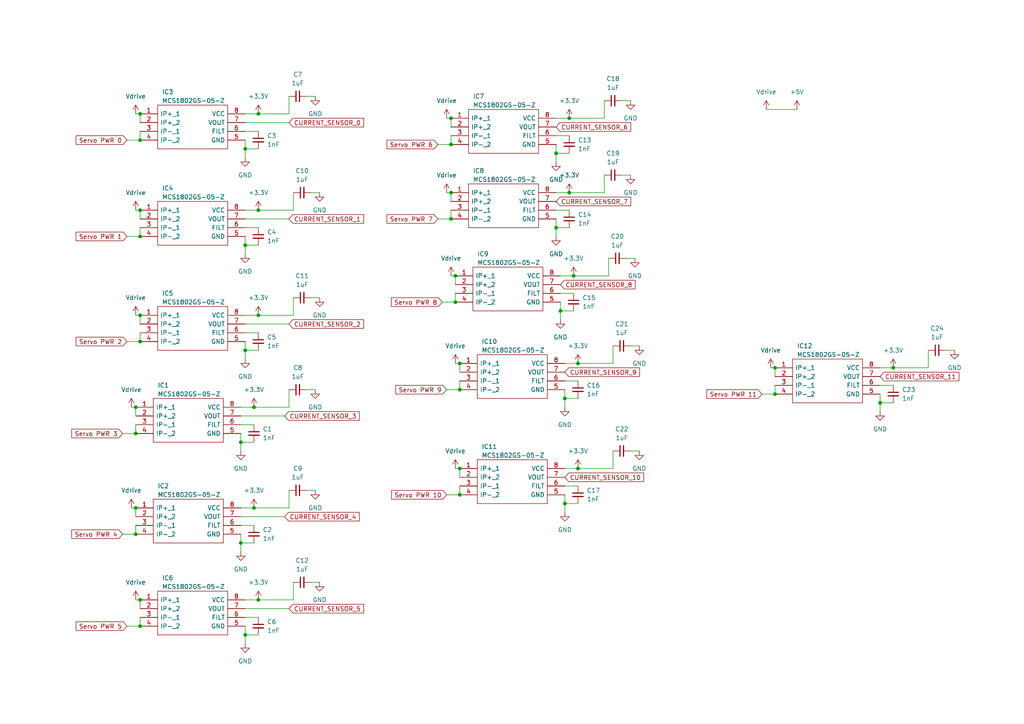
<source format=kicad_sch>
(kicad_sch (version 20230121) (generator eeschema)
  (paper "A4")
  (lib_symbols
    (symbol "Device:C_Small" (pin_numbers hide) (pin_names (offset 0.254) hide)
      (property "Reference" "C" (at 0.254 1.778 0))
      (property "Value" "C_Small" (at 0.254 -2.032 0))
      (symbol "C_Small_0_1"
        (polyline (pts (xy -1.524 -0.508) (xy 1.524 -0.508)) (stroke (width 0.3302)))
        (polyline (pts (xy -1.524 0.508) (xy 1.524 0.508)) (stroke (width 0.3048)))
      )
      (symbol "C_Small_1_1"
        (pin passive line (at 0 2.54 270) (length 2.032) (name "~") (number "1"))
        (pin passive line (at 0 -2.54 90) (length 2.032) (name "~") (number "2"))
      )
    )
    (symbol "MCS1802GS-05-Z:MCS1802GS-05-Z" (pin_names (offset 0.762))
      (property "Reference" "IC" (at 26.67 7.62 0))
      (property "Value" "MCS1802GS-05-Z" (at 26.67 5.08 0))
      (symbol "MCS1802GS-05-Z_0_0"
        (pin passive line (at 0 0 0) (length 5.08) (name "IP+_1") (number "1"))
        (pin passive line (at 0 -2.54 0) (length 5.08) (name "IP+_2") (number "2"))
        (pin passive line (at 0 -5.08 0) (length 5.08) (name "IP-_1") (number "3"))
        (pin passive line (at 0 -7.62 0) (length 5.08) (name "IP-_2") (number "4"))
        (pin passive line (at 30.48 -7.62 180) (length 5.08) (name "GND") (number "5"))
        (pin passive line (at 30.48 -5.08 180) (length 5.08) (name "FILT") (number "6"))
        (pin passive line (at 30.48 -2.54 180) (length 5.08) (name "VOUT") (number "7"))
        (pin passive line (at 30.48 0 180) (length 5.08) (name "VCC") (number "8"))
      )
      (symbol "MCS1802GS-05-Z_0_1"
        (polyline (pts (xy 5.08 2.54) (xy 25.4 2.54) (xy 25.4 -10.16) (xy 5.08 -10.16) (xy 5.08 2.54)) (stroke (width 0.1524)))
      )
    )
    (symbol "power:+3.3V" (power) (pin_names (offset 0))
      (property "Value" "+3.3V" (at 0 3.556 0))
      (symbol "+3.3V_0_1"
        (polyline (pts (xy -0.762 1.27) (xy 0 2.54)))
        (polyline (pts (xy 0 0) (xy 0 2.54)))
        (polyline (pts (xy 0 2.54) (xy 0.762 1.27)))
      )
      (symbol "+3.3V_1_1"
        (pin power_in line (at 0 0 90) (length 0) hide (name "+3.3V") (number "1"))
      )
    )
    (symbol "power:+5V" (power) (pin_names (offset 0))
      (property "Value" "+5V" (at 0 3.556 0))
      (symbol "+5V_0_1"
        (polyline (pts (xy -0.762 1.27) (xy 0 2.54)))
        (polyline (pts (xy 0 0) (xy 0 2.54)))
        (polyline (pts (xy 0 2.54) (xy 0.762 1.27)))
      )
      (symbol "+5V_1_1"
        (pin power_in line (at 0 0 90) (length 0) hide (name "+5V") (number "1"))
      )
    )
    (symbol "power:GND" (power) (pin_names (offset 0))
      (property "Value" "GND" (at 0 -3.81 0))
      (symbol "GND_0_1"
        (polyline (pts (xy 0 0) (xy 0 -1.27) (xy 1.27 -1.27) (xy 0 -2.54) (xy -1.27 -1.27) (xy 0 -1.27)))
      )
      (symbol "GND_1_1"
        (pin power_in line (at 0 0 270) (length 0) hide (name "GND") (number "1"))
      )
    )
    (symbol "power:Vdrive" (power) (pin_names (offset 0))
      (property "Value" "Vdrive" (at 0 3.81 0))
      (symbol "Vdrive_0_1"
        (polyline (pts (xy -0.762 1.27) (xy 0 2.54)))
        (polyline (pts (xy 0 0) (xy 0 2.54)))
        (polyline (pts (xy 0 2.54) (xy 0.762 1.27)))
      )
      (symbol "Vdrive_1_1"
        (pin power_in line (at 0 0 90) (length 0) hide (name "Vdrive") (number "1"))
      )
    )
  )
  (junction (at 74.93 91.44))
  (junction (at 166.37 80.01))
  (junction (at 40.64 40.64))
  (junction (at 163.83 115.57))
  (junction (at 130.81 34.29))
  (junction (at 162.56 90.17))
  (junction (at 165.1 34.29))
  (junction (at 39.37 118.11))
  (junction (at 40.64 33.02))
  (junction (at 130.81 55.88))
  (junction (at 163.83 146.05))
  (junction (at 133.35 105.41))
  (junction (at 255.27 116.84))
  (junction (at 132.08 87.63))
  (junction (at 71.12 184.15))
  (junction (at 39.37 147.32))
  (junction (at 167.64 135.89))
  (junction (at 224.79 114.3))
  (junction (at 40.64 68.58))
  (junction (at 71.12 71.12))
  (junction (at 71.12 43.18))
  (junction (at 69.85 157.48))
  (junction (at 40.64 60.96))
  (junction (at 161.29 66.04))
  (junction (at 74.93 173.99))
  (junction (at 39.37 125.73))
  (junction (at 73.66 147.32))
  (junction (at 74.93 33.02))
  (junction (at 167.64 105.41))
  (junction (at 69.85 128.27))
  (junction (at 73.66 118.11))
  (junction (at 259.08 106.68))
  (junction (at 133.35 135.89))
  (junction (at 40.64 91.44))
  (junction (at 40.64 99.06))
  (junction (at 40.64 173.99))
  (junction (at 39.37 154.94))
  (junction (at 130.81 41.91))
  (junction (at 133.35 143.51))
  (junction (at 224.79 106.68))
  (junction (at 130.81 63.5))
  (junction (at 74.93 60.96))
  (junction (at 133.35 113.03))
  (junction (at 71.12 101.6))
  (junction (at 40.64 181.61))
  (junction (at 165.1 55.88))
  (junction (at 161.29 44.45))
  (junction (at 132.08 80.01))
  (wire (pts (xy 39.37 173.99) (xy 40.64 173.99)))
  (wire (pts (xy 130.81 55.88) (xy 130.81 58.42)))
  (wire (pts (xy 163.83 140.97) (xy 167.64 140.97)))
  (wire (pts (xy 177.8 105.41) (xy 167.64 105.41)))
  (wire (pts (xy 177.8 135.89) (xy 167.64 135.89)))
  (wire (pts (xy 71.12 101.6) (xy 71.12 99.06)))
  (wire (pts (xy 161.29 44.45) (xy 165.1 44.45)))
  (wire (pts (xy 71.12 60.96) (xy 74.93 60.96)))
  (wire (pts (xy 71.12 73.66) (xy 71.12 71.12)))
  (wire (pts (xy 36.83 40.64) (xy 40.64 40.64)))
  (wire (pts (xy 162.56 92.71) (xy 162.56 90.17)))
  (wire (pts (xy 163.83 115.57) (xy 167.64 115.57)))
  (wire (pts (xy 255.27 106.68) (xy 259.08 106.68)))
  (wire (pts (xy 222.25 31.75) (xy 231.14 31.75)))
  (wire (pts (xy 88.9 27.94) (xy 91.44 27.94)))
  (wire (pts (xy 90.17 55.88) (xy 92.71 55.88)))
  (wire (pts (xy 162.56 80.01) (xy 166.37 80.01)))
  (wire (pts (xy 255.27 119.38) (xy 255.27 116.84)))
  (wire (pts (xy 82.55 149.86) (xy 69.85 149.86)))
  (wire (pts (xy 39.37 118.11) (xy 39.37 120.65)))
  (wire (pts (xy 69.85 130.81) (xy 69.85 128.27)))
  (wire (pts (xy 40.64 179.07) (xy 40.64 181.61)))
  (wire (pts (xy 88.9 113.03) (xy 91.44 113.03)))
  (wire (pts (xy 83.82 35.56) (xy 71.12 35.56)))
  (wire (pts (xy 83.82 63.5) (xy 71.12 63.5)))
  (wire (pts (xy 161.29 66.04) (xy 165.1 66.04)))
  (wire (pts (xy 71.12 91.44) (xy 74.93 91.44)))
  (wire (pts (xy 182.88 100.33) (xy 185.42 100.33)))
  (wire (pts (xy 127 41.91) (xy 130.81 41.91)))
  (wire (pts (xy 83.82 113.03) (xy 83.82 118.11)))
  (wire (pts (xy 71.12 33.02) (xy 74.93 33.02)))
  (wire (pts (xy 132.08 85.09) (xy 132.08 87.63)))
  (wire (pts (xy 35.56 154.94) (xy 39.37 154.94)))
  (wire (pts (xy 176.53 74.93) (xy 176.53 80.01)))
  (wire (pts (xy 71.12 104.14) (xy 71.12 101.6)))
  (wire (pts (xy 255.27 116.84) (xy 255.27 114.3)))
  (wire (pts (xy 85.09 60.96) (xy 74.93 60.96)))
  (wire (pts (xy 132.08 135.89) (xy 133.35 135.89)))
  (wire (pts (xy 36.83 99.06) (xy 40.64 99.06)))
  (wire (pts (xy 71.12 184.15) (xy 71.12 181.61)))
  (wire (pts (xy 255.27 111.76) (xy 259.08 111.76)))
  (wire (pts (xy 71.12 66.04) (xy 74.93 66.04)))
  (wire (pts (xy 220.98 114.3) (xy 224.79 114.3)))
  (wire (pts (xy 163.83 105.41) (xy 167.64 105.41)))
  (wire (pts (xy 162.56 90.17) (xy 162.56 87.63)))
  (wire (pts (xy 40.64 173.99) (xy 40.64 176.53)))
  (wire (pts (xy 83.82 176.53) (xy 71.12 176.53)))
  (wire (pts (xy 39.37 33.02) (xy 40.64 33.02)))
  (wire (pts (xy 133.35 105.41) (xy 133.35 107.95)))
  (wire (pts (xy 82.55 120.65) (xy 69.85 120.65)))
  (wire (pts (xy 130.81 80.01) (xy 132.08 80.01)))
  (wire (pts (xy 129.54 143.51) (xy 133.35 143.51)))
  (wire (pts (xy 163.83 135.89) (xy 167.64 135.89)))
  (wire (pts (xy 83.82 33.02) (xy 74.93 33.02)))
  (wire (pts (xy 85.09 173.99) (xy 74.93 173.99)))
  (wire (pts (xy 132.08 105.41) (xy 133.35 105.41)))
  (wire (pts (xy 40.64 66.04) (xy 40.64 68.58)))
  (wire (pts (xy 71.12 184.15) (xy 74.93 184.15)))
  (wire (pts (xy 69.85 123.19) (xy 73.66 123.19)))
  (wire (pts (xy 132.08 80.01) (xy 132.08 82.55)))
  (wire (pts (xy 181.61 74.93) (xy 184.15 74.93)))
  (wire (pts (xy 163.83 115.57) (xy 163.83 113.03)))
  (wire (pts (xy 38.1 118.11) (xy 39.37 118.11)))
  (wire (pts (xy 71.12 96.52) (xy 74.93 96.52)))
  (wire (pts (xy 177.8 100.33) (xy 177.8 105.41)))
  (wire (pts (xy 35.56 125.73) (xy 39.37 125.73)))
  (wire (pts (xy 39.37 123.19) (xy 39.37 125.73)))
  (wire (pts (xy 133.35 135.89) (xy 133.35 138.43)))
  (wire (pts (xy 39.37 152.4) (xy 39.37 154.94)))
  (wire (pts (xy 85.09 86.36) (xy 85.09 91.44)))
  (wire (pts (xy 161.29 55.88) (xy 165.1 55.88)))
  (wire (pts (xy 69.85 157.48) (xy 73.66 157.48)))
  (wire (pts (xy 71.12 43.18) (xy 71.12 40.64)))
  (wire (pts (xy 129.54 34.29) (xy 130.81 34.29)))
  (wire (pts (xy 85.09 55.88) (xy 85.09 60.96)))
  (wire (pts (xy 71.12 101.6) (xy 74.93 101.6)))
  (wire (pts (xy 71.12 43.18) (xy 74.93 43.18)))
  (wire (pts (xy 224.79 106.68) (xy 224.79 109.22)))
  (wire (pts (xy 161.29 66.04) (xy 161.29 63.5)))
  (wire (pts (xy 36.83 68.58) (xy 40.64 68.58)))
  (wire (pts (xy 163.83 118.11) (xy 163.83 115.57)))
  (wire (pts (xy 83.82 142.24) (xy 83.82 147.32)))
  (wire (pts (xy 162.56 85.09) (xy 166.37 85.09)))
  (wire (pts (xy 177.8 130.81) (xy 177.8 135.89)))
  (wire (pts (xy 39.37 147.32) (xy 39.37 149.86)))
  (wire (pts (xy 180.34 50.8) (xy 182.88 50.8)))
  (wire (pts (xy 175.26 55.88) (xy 165.1 55.88)))
  (wire (pts (xy 130.81 60.96) (xy 130.81 63.5)))
  (wire (pts (xy 161.29 39.37) (xy 165.1 39.37)))
  (wire (pts (xy 269.24 106.68) (xy 259.08 106.68)))
  (wire (pts (xy 40.64 96.52) (xy 40.64 99.06)))
  (wire (pts (xy 161.29 60.96) (xy 165.1 60.96)))
  (wire (pts (xy 133.35 140.97) (xy 133.35 143.51)))
  (wire (pts (xy 223.52 106.68) (xy 224.79 106.68)))
  (wire (pts (xy 71.12 38.1) (xy 74.93 38.1)))
  (wire (pts (xy 69.85 157.48) (xy 69.85 154.94)))
  (wire (pts (xy 39.37 91.44) (xy 40.64 91.44)))
  (wire (pts (xy 39.37 60.96) (xy 40.64 60.96)))
  (wire (pts (xy 90.17 86.36) (xy 92.71 86.36)))
  (wire (pts (xy 163.83 146.05) (xy 163.83 143.51)))
  (wire (pts (xy 88.9 142.24) (xy 91.44 142.24)))
  (wire (pts (xy 163.83 148.59) (xy 163.83 146.05)))
  (wire (pts (xy 38.1 147.32) (xy 39.37 147.32)))
  (wire (pts (xy 40.64 60.96) (xy 40.64 63.5)))
  (wire (pts (xy 85.09 168.91) (xy 85.09 173.99)))
  (wire (pts (xy 163.83 110.49) (xy 167.64 110.49)))
  (wire (pts (xy 176.53 80.01) (xy 166.37 80.01)))
  (wire (pts (xy 182.88 130.81) (xy 185.42 130.81)))
  (wire (pts (xy 71.12 71.12) (xy 71.12 68.58)))
  (wire (pts (xy 175.26 29.21) (xy 175.26 34.29)))
  (wire (pts (xy 90.17 168.91) (xy 92.71 168.91)))
  (wire (pts (xy 71.12 179.07) (xy 74.93 179.07)))
  (wire (pts (xy 40.64 38.1) (xy 40.64 40.64)))
  (wire (pts (xy 83.82 27.94) (xy 83.82 33.02)))
  (wire (pts (xy 71.12 173.99) (xy 74.93 173.99)))
  (wire (pts (xy 163.83 146.05) (xy 167.64 146.05)))
  (wire (pts (xy 161.29 68.58) (xy 161.29 66.04)))
  (wire (pts (xy 129.54 113.03) (xy 133.35 113.03)))
  (wire (pts (xy 71.12 186.69) (xy 71.12 184.15)))
  (wire (pts (xy 161.29 34.29) (xy 165.1 34.29)))
  (wire (pts (xy 40.64 33.02) (xy 40.64 35.56)))
  (wire (pts (xy 128.27 87.63) (xy 132.08 87.63)))
  (wire (pts (xy 175.26 50.8) (xy 175.26 55.88)))
  (wire (pts (xy 69.85 152.4) (xy 73.66 152.4)))
  (wire (pts (xy 85.09 91.44) (xy 74.93 91.44)))
  (wire (pts (xy 83.82 93.98) (xy 71.12 93.98)))
  (wire (pts (xy 129.54 55.88) (xy 130.81 55.88)))
  (wire (pts (xy 69.85 147.32) (xy 73.66 147.32)))
  (wire (pts (xy 255.27 116.84) (xy 259.08 116.84)))
  (wire (pts (xy 69.85 128.27) (xy 73.66 128.27)))
  (wire (pts (xy 69.85 128.27) (xy 69.85 125.73)))
  (wire (pts (xy 127 63.5) (xy 130.81 63.5)))
  (wire (pts (xy 274.32 101.6) (xy 276.86 101.6)))
  (wire (pts (xy 71.12 45.72) (xy 71.12 43.18)))
  (wire (pts (xy 133.35 110.49) (xy 133.35 113.03)))
  (wire (pts (xy 161.29 44.45) (xy 161.29 41.91)))
  (wire (pts (xy 40.64 91.44) (xy 40.64 93.98)))
  (wire (pts (xy 36.83 181.61) (xy 40.64 181.61)))
  (wire (pts (xy 269.24 101.6) (xy 269.24 106.68)))
  (wire (pts (xy 83.82 147.32) (xy 73.66 147.32)))
  (wire (pts (xy 162.56 90.17) (xy 166.37 90.17)))
  (wire (pts (xy 83.82 118.11) (xy 73.66 118.11)))
  (wire (pts (xy 69.85 160.02) (xy 69.85 157.48)))
  (wire (pts (xy 161.29 46.99) (xy 161.29 44.45)))
  (wire (pts (xy 71.12 71.12) (xy 74.93 71.12)))
  (wire (pts (xy 69.85 118.11) (xy 73.66 118.11)))
  (wire (pts (xy 180.34 29.21) (xy 182.88 29.21)))
  (wire (pts (xy 224.79 111.76) (xy 224.79 114.3)))
  (wire (pts (xy 130.81 34.29) (xy 130.81 36.83)))
  (wire (pts (xy 130.81 39.37) (xy 130.81 41.91)))
  (wire (pts (xy 175.26 34.29) (xy 165.1 34.29)))
  (global_label "CURRENT_SENSOR_0" (shape input) (at 83.82 35.56 0) (property "Intersheetrefs" "${INTERSHEET_REFS}" (effects hide)))
  (global_label "Servo PWR 6" (shape input) (at 127 41.91 180) (property "Intersheetrefs" "${INTERSHEET_REFS}" (effects hide)))
  (global_label "Servo PWR 4" (shape input) (at 35.56 154.94 180) (property "Intersheetrefs" "${INTERSHEET_REFS}" (effects hide)))
  (global_label "Servo PWR 0" (shape input) (at 36.83 40.64 180) (property "Intersheetrefs" "${INTERSHEET_REFS}" (effects hide)))
  (global_label "CURRENT_SENSOR_7" (shape input) (at 161.29 58.42 0) (property "Intersheetrefs" "${INTERSHEET_REFS}" (effects hide)))
  (global_label "Servo PWR 10" (shape input) (at 129.54 143.51 180) (property "Intersheetrefs" "${INTERSHEET_REFS}" (effects hide)))
  (global_label "Servo PWR 5" (shape input) (at 36.83 181.61 180) (property "Intersheetrefs" "${INTERSHEET_REFS}" (effects hide)))
  (global_label "Servo PWR 7" (shape input) (at 127 63.5 180) (property "Intersheetrefs" "${INTERSHEET_REFS}" (effects hide)))
  (global_label "CURRENT_SENSOR_2" (shape input) (at 83.82 93.98 0) (property "Intersheetrefs" "${INTERSHEET_REFS}" (effects hide)))
  (global_label "CURRENT_SENSOR_9" (shape input) (at 163.83 107.95 0) (property "Intersheetrefs" "${INTERSHEET_REFS}" (effects hide)))
  (global_label "CURRENT_SENSOR_8" (shape input) (at 162.56 82.55 0) (property "Intersheetrefs" "${INTERSHEET_REFS}" (effects hide)))
  (global_label "Servo PWR 3" (shape input) (at 35.56 125.73 180) (property "Intersheetrefs" "${INTERSHEET_REFS}" (effects hide)))
  (global_label "CURRENT_SENSOR_3" (shape input) (at 82.55 120.65 0) (property "Intersheetrefs" "${INTERSHEET_REFS}" (effects hide)))
  (global_label "CURRENT_SENSOR_1" (shape input) (at 83.82 63.5 0) (property "Intersheetrefs" "${INTERSHEET_REFS}" (effects hide)))
  (global_label "Servo PWR 11" (shape input) (at 220.98 114.3 180) (property "Intersheetrefs" "${INTERSHEET_REFS}" (effects hide)))
  (global_label "Servo PWR 9" (shape input) (at 129.54 113.03 180) (property "Intersheetrefs" "${INTERSHEET_REFS}" (effects hide)))
  (global_label "CURRENT_SENSOR_5" (shape input) (at 83.82 176.53 0) (property "Intersheetrefs" "${INTERSHEET_REFS}" (effects hide)))
  (global_label "Servo PWR 1" (shape input) (at 36.83 68.58 180) (property "Intersheetrefs" "${INTERSHEET_REFS}" (effects hide)))
  (global_label "CURRENT_SENSOR_11" (shape input) (at 255.27 109.22 0) (property "Intersheetrefs" "${INTERSHEET_REFS}" (effects hide)))
  (global_label "Servo PWR 8" (shape input) (at 128.27 87.63 180) (property "Intersheetrefs" "${INTERSHEET_REFS}" (effects hide)))
  (global_label "CURRENT_SENSOR_4" (shape input) (at 82.55 149.86 0) (property "Intersheetrefs" "${INTERSHEET_REFS}" (effects hide)))
  (global_label "Servo PWR 2" (shape input) (at 36.83 99.06 180) (property "Intersheetrefs" "${INTERSHEET_REFS}" (effects hide)))
  (global_label "CURRENT_SENSOR_10" (shape input) (at 163.83 138.43 0) (property "Intersheetrefs" "${INTERSHEET_REFS}" (effects hide)))
  (global_label "CURRENT_SENSOR_6" (shape input) (at 161.29 36.83 0) (property "Intersheetrefs" "${INTERSHEET_REFS}" (effects hide)))
  (symbol (lib_id "power:Vdrive") (at 39.37 33.02 0) (unit 1)
    (property "Reference" "#PWR07" (effects hide))
    (property "Value" "Vdrive" (at 39.37 27.94 0))
  )
  (symbol (lib_id "power:GND") (at 185.42 100.33 0) (unit 1)
    (property "Reference" "#PWR047" (effects hide))
    (property "Value" "GND" (at 185.42 105.41 0))
  )
  (symbol (lib_id "Device:C_Small") (at 86.36 27.94 90) (unit 1)
    (property "Reference" "C7" (at 86.3663 21.59 90))
    (property "Value" "1uF" (at 86.3663 24.13 90))
    (property "Footprint" "Capacitor_SMD:C_1206_3216Metric" (effects hide))
  )
  (symbol (lib_id "MCS1802GS-05-Z:MCS1802GS-05-Z") (at 133.35 135.89 0) (unit 1)
    (property "Reference" "IC11" (at 139.7 129.54 0) (effects (justify left)))
    (property "Value" "MCS1802GS-05-Z" (at 139.7 132.08 0) (effects (justify left)))
    (property "Footprint" "MCS1802GS:SOIC127P600X175-8N" (effects hide))
    (property "Datasheet" "https://www.monolithicpower.com/en/documentview/productdocument/index/version/2/document_type/Datasheet/lang/en/sku/MCS1802/document_id/5066/" (effects hide))
    (property "Description" "Cost Effective Hall Effect-Based Linear Current Sensor IC" (effects hide))
    (property "Height" "1.75" (effects hide))
    (property "Manufacturer_Name" "Monolithic Power Systems (MPS)" (effects hide))
    (property "Manufacturer_Part_Number" "MCS1802GS-05-Z" (effects hide))
    (property "Mouser Part Number" "946-MCS1802GS-05-Z" (effects hide))
    (property "Mouser Price/Stock" "https://www.mouser.co.uk/ProductDetail/Monolithic-Power-Systems-MPS/MCS1802GS-05-Z?qs=GedFDFLaBXGwRTfq6Fu%252BTQ%3D%3D" (effects hide))
  )
  (symbol (lib_id "Device:C_Small") (at 86.36 113.03 90) (unit 1)
    (property "Reference" "C8" (at 86.3663 106.68 90))
    (property "Value" "1uF" (at 86.3663 109.22 90))
    (property "Footprint" "Capacitor_SMD:C_1206_3216Metric" (effects hide))
  )
  (symbol (lib_id "MCS1802GS-05-Z:MCS1802GS-05-Z") (at 40.64 173.99 0) (unit 1)
    (property "Reference" "IC6" (at 46.99 167.64 0) (effects (justify left)))
    (property "Value" "MCS1802GS-05-Z" (at 46.99 170.18 0) (effects (justify left)))
    (property "Footprint" "MCS1802GS:SOIC127P600X175-8N" (effects hide))
    (property "Datasheet" "https://www.monolithicpower.com/en/documentview/productdocument/index/version/2/document_type/Datasheet/lang/en/sku/MCS1802/document_id/5066/" (effects hide))
    (property "Description" "Cost Effective Hall Effect-Based Linear Current Sensor IC" (effects hide))
    (property "Height" "1.75" (effects hide))
    (property "Manufacturer_Name" "Monolithic Power Systems (MPS)" (effects hide))
    (property "Manufacturer_Part_Number" "MCS1802GS-05-Z" (effects hide))
    (property "Mouser Part Number" "946-MCS1802GS-05-Z" (effects hide))
    (property "Mouser Price/Stock" "https://www.mouser.co.uk/ProductDetail/Monolithic-Power-Systems-MPS/MCS1802GS-05-Z?qs=GedFDFLaBXGwRTfq6Fu%252BTQ%3D%3D" (effects hide))
  )
  (symbol (lib_id "power:GND") (at 69.85 160.02 0) (unit 1)
    (property "Reference" "#PWR012" (effects hide))
    (property "Value" "GND" (at 69.85 165.1 0))
  )
  (symbol (lib_id "Device:C_Small") (at 87.63 168.91 90) (unit 1)
    (property "Reference" "C12" (at 87.6363 162.56 90))
    (property "Value" "1uF" (at 87.6363 165.1 90))
    (property "Footprint" "Capacitor_SMD:C_1206_3216Metric" (effects hide))
  )
  (symbol (lib_id "power:GND") (at 71.12 104.14 0) (unit 1)
    (property "Reference" "#PWR015" (effects hide))
    (property "Value" "GND" (at 71.12 109.22 0))
  )
  (symbol (lib_id "power:Vdrive") (at 223.52 106.68 0) (unit 1)
    (property "Reference" "#PWR050" (effects hide))
    (property "Value" "Vdrive" (at 223.52 101.6 0))
  )
  (symbol (lib_id "Device:C_Small") (at 74.93 40.64 0) (unit 1)
    (property "Reference" "C3" (at 77.47 39.3762 0) (effects (justify left)))
    (property "Value" "1nF" (at 77.47 41.9162 0) (effects (justify left)))
    (property "Footprint" "Capacitor_SMD:C_1206_3216Metric" (effects hide))
  )
  (symbol (lib_id "power:+3.3V") (at 167.64 135.89 0) (unit 1)
    (property "Reference" "#PWR043" (effects hide))
    (property "Value" "+3.3V" (at 167.64 130.81 0))
  )
  (symbol (lib_id "Device:C_Small") (at 166.37 87.63 0) (unit 1)
    (property "Reference" "C15" (at 168.91 86.3662 0) (effects (justify left)))
    (property "Value" "1nF" (at 168.91 88.9062 0) (effects (justify left)))
    (property "Footprint" "Capacitor_SMD:C_1206_3216Metric" (effects hide))
  )
  (symbol (lib_id "power:+3.3V") (at 74.93 91.44 0) (unit 1)
    (property "Reference" "#PWR021" (effects hide))
    (property "Value" "+3.3V" (at 74.93 86.36 0))
  )
  (symbol (lib_id "Device:C_Small") (at 167.64 143.51 0) (unit 1)
    (property "Reference" "C17" (at 170.18 142.2462 0) (effects (justify left)))
    (property "Value" "1nF" (at 170.18 144.7862 0) (effects (justify left)))
    (property "Footprint" "Capacitor_SMD:C_1206_3216Metric" (effects hide))
  )
  (symbol (lib_id "power:GND") (at 69.85 130.81 0) (unit 1)
    (property "Reference" "#PWR011" (effects hide))
    (property "Value" "GND" (at 69.85 135.89 0))
  )
  (symbol (lib_id "power:Vdrive") (at 129.54 34.29 0) (unit 1)
    (property "Reference" "#PWR029" (effects hide))
    (property "Value" "Vdrive" (at 129.54 29.21 0))
  )
  (symbol (lib_id "Device:C_Small") (at 74.93 181.61 0) (unit 1)
    (property "Reference" "C6" (at 77.47 180.3462 0) (effects (justify left)))
    (property "Value" "1nF" (at 77.47 182.8862 0) (effects (justify left)))
    (property "Footprint" "Capacitor_SMD:C_1206_3216Metric" (effects hide))
  )
  (symbol (lib_id "power:GND") (at 182.88 29.21 0) (unit 1)
    (property "Reference" "#PWR044" (effects hide))
    (property "Value" "GND" (at 182.88 34.29 0))
  )
  (symbol (lib_id "power:+3.3V") (at 165.1 34.29 0) (unit 1)
    (property "Reference" "#PWR039" (effects hide))
    (property "Value" "+3.3V" (at 165.1 29.21 0))
  )
  (symbol (lib_id "power:Vdrive") (at 38.1 147.32 0) (unit 1)
    (property "Reference" "#PWR06" (effects hide))
    (property "Value" "Vdrive" (at 38.1 142.24 0))
  )
  (symbol (lib_id "Device:C_Small") (at 271.78 101.6 90) (unit 1)
    (property "Reference" "C24" (at 271.7863 95.25 90))
    (property "Value" "1uF" (at 271.7863 97.79 90))
    (property "Footprint" "Capacitor_SMD:C_1206_3216Metric" (effects hide))
  )
  (symbol (lib_id "power:GND") (at 255.27 119.38 0) (unit 1)
    (property "Reference" "#PWR052" (effects hide))
    (property "Value" "GND" (at 255.27 124.46 0))
  )
  (symbol (lib_id "power:GND") (at 184.15 74.93 0) (unit 1)
    (property "Reference" "#PWR046" (effects hide))
    (property "Value" "GND" (at 184.15 80.01 0))
  )
  (symbol (lib_id "MCS1802GS-05-Z:MCS1802GS-05-Z") (at 130.81 34.29 0) (unit 1)
    (property "Reference" "IC7" (at 137.16 27.94 0) (effects (justify left)))
    (property "Value" "MCS1802GS-05-Z" (at 137.16 30.48 0) (effects (justify left)))
    (property "Footprint" "MCS1802GS:SOIC127P600X175-8N" (effects hide))
    (property "Datasheet" "https://www.monolithicpower.com/en/documentview/productdocument/index/version/2/document_type/Datasheet/lang/en/sku/MCS1802/document_id/5066/" (effects hide))
    (property "Description" "Cost Effective Hall Effect-Based Linear Current Sensor IC" (effects hide))
    (property "Height" "1.75" (effects hide))
    (property "Manufacturer_Name" "Monolithic Power Systems (MPS)" (effects hide))
    (property "Manufacturer_Part_Number" "MCS1802GS-05-Z" (effects hide))
    (property "Mouser Part Number" "946-MCS1802GS-05-Z" (effects hide))
    (property "Mouser Price/Stock" "https://www.mouser.co.uk/ProductDetail/Monolithic-Power-Systems-MPS/MCS1802GS-05-Z?qs=GedFDFLaBXGwRTfq6Fu%252BTQ%3D%3D" (effects hide))
  )
  (symbol (lib_id "Device:C_Small") (at 165.1 41.91 0) (unit 1)
    (property "Reference" "C13" (at 167.64 40.6462 0) (effects (justify left)))
    (property "Value" "1nF" (at 167.64 43.1862 0) (effects (justify left)))
    (property "Footprint" "Capacitor_SMD:C_1206_3216Metric" (effects hide))
  )
  (symbol (lib_id "power:Vdrive") (at 39.37 91.44 0) (unit 1)
    (property "Reference" "#PWR09" (effects hide))
    (property "Value" "Vdrive" (at 39.37 86.36 0))
  )
  (symbol (lib_id "MCS1802GS-05-Z:MCS1802GS-05-Z") (at 40.64 60.96 0) (unit 1)
    (property "Reference" "IC4" (at 46.99 54.61 0) (effects (justify left)))
    (property "Value" "MCS1802GS-05-Z" (at 46.99 57.15 0) (effects (justify left)))
    (property "Footprint" "MCS1802GS:SOIC127P600X175-8N" (effects hide))
    (property "Datasheet" "https://www.monolithicpower.com/en/documentview/productdocument/index/version/2/document_type/Datasheet/lang/en/sku/MCS1802/document_id/5066/" (effects hide))
    (property "Description" "Cost Effective Hall Effect-Based Linear Current Sensor IC" (effects hide))
    (property "Height" "1.75" (effects hide))
    (property "Manufacturer_Name" "Monolithic Power Systems (MPS)" (effects hide))
    (property "Manufacturer_Part_Number" "MCS1802GS-05-Z" (effects hide))
    (property "Mouser Part Number" "946-MCS1802GS-05-Z" (effects hide))
    (property "Mouser Price/Stock" "https://www.mouser.co.uk/ProductDetail/Monolithic-Power-Systems-MPS/MCS1802GS-05-Z?qs=GedFDFLaBXGwRTfq6Fu%252BTQ%3D%3D" (effects hide))
  )
  (symbol (lib_id "power:GND") (at 71.12 45.72 0) (unit 1)
    (property "Reference" "#PWR013" (effects hide))
    (property "Value" "GND" (at 71.12 50.8 0))
  )
  (symbol (lib_id "Device:C_Small") (at 180.34 130.81 90) (unit 1)
    (property "Reference" "C22" (at 180.3463 124.46 90))
    (property "Value" "1uF" (at 180.3463 127 90))
    (property "Footprint" "Capacitor_SMD:C_1206_3216Metric" (effects hide))
  )
  (symbol (lib_id "Device:C_Small") (at 167.64 113.03 0) (unit 1)
    (property "Reference" "C16" (at 170.18 111.7662 0) (effects (justify left)))
    (property "Value" "1nF" (at 170.18 114.3062 0) (effects (justify left)))
    (property "Footprint" "Capacitor_SMD:C_1206_3216Metric" (effects hide))
  )
  (symbol (lib_id "MCS1802GS-05-Z:MCS1802GS-05-Z") (at 132.08 80.01 0) (unit 1)
    (property "Reference" "IC9" (at 138.43 73.66 0) (effects (justify left)))
    (property "Value" "MCS1802GS-05-Z" (at 138.43 76.2 0) (effects (justify left)))
    (property "Footprint" "MCS1802GS:SOIC127P600X175-8N" (effects hide))
    (property "Datasheet" "https://www.monolithicpower.com/en/documentview/productdocument/index/version/2/document_type/Datasheet/lang/en/sku/MCS1802/document_id/5066/" (effects hide))
    (property "Description" "Cost Effective Hall Effect-Based Linear Current Sensor IC" (effects hide))
    (property "Height" "1.75" (effects hide))
    (property "Manufacturer_Name" "Monolithic Power Systems (MPS)" (effects hide))
    (property "Manufacturer_Part_Number" "MCS1802GS-05-Z" (effects hide))
    (property "Mouser Part Number" "946-MCS1802GS-05-Z" (effects hide))
    (property "Mouser Price/Stock" "https://www.mouser.co.uk/ProductDetail/Monolithic-Power-Systems-MPS/MCS1802GS-05-Z?qs=GedFDFLaBXGwRTfq6Fu%252BTQ%3D%3D" (effects hide))
  )
  (symbol (lib_id "Device:C_Small") (at 179.07 74.93 90) (unit 1)
    (property "Reference" "C20" (at 179.0763 68.58 90))
    (property "Value" "1uF" (at 179.0763 71.12 90))
    (property "Footprint" "Capacitor_SMD:C_1206_3216Metric" (effects hide))
  )
  (symbol (lib_id "power:GND") (at 71.12 186.69 0) (unit 1)
    (property "Reference" "#PWR016" (effects hide))
    (property "Value" "GND" (at 71.12 191.77 0))
  )
  (symbol (lib_id "power:+3.3V") (at 74.93 33.02 0) (unit 1)
    (property "Reference" "#PWR019" (effects hide))
    (property "Value" "+3.3V" (at 74.93 27.94 0))
  )
  (symbol (lib_id "power:Vdrive") (at 222.25 31.75 0) (unit 1)
    (property "Reference" "#PWR049" (effects hide))
    (property "Value" "Vdrive" (at 222.25 26.67 0))
  )
  (symbol (lib_id "Device:C_Small") (at 73.66 154.94 0) (unit 1)
    (property "Reference" "C2" (at 76.2 153.6762 0) (effects (justify left)))
    (property "Value" "1nF" (at 76.2 156.2162 0) (effects (justify left)))
    (property "Footprint" "Capacitor_SMD:C_1206_3216Metric" (effects hide))
  )
  (symbol (lib_id "Device:C_Small") (at 74.93 68.58 0) (unit 1)
    (property "Reference" "C4" (at 77.47 67.3162 0) (effects (justify left)))
    (property "Value" "1nF" (at 77.47 69.8562 0) (effects (justify left)))
    (property "Footprint" "Capacitor_SMD:C_1206_3216Metric" (effects hide))
  )
  (symbol (lib_id "Device:C_Small") (at 87.63 55.88 90) (unit 1)
    (property "Reference" "C10" (at 87.6363 49.53 90))
    (property "Value" "1uF" (at 87.6363 52.07 90))
    (property "Footprint" "Capacitor_SMD:C_1206_3216Metric" (effects hide))
  )
  (symbol (lib_id "power:+3.3V") (at 74.93 173.99 0) (unit 1)
    (property "Reference" "#PWR022" (effects hide))
    (property "Value" "+3.3V" (at 74.93 168.91 0))
  )
  (symbol (lib_id "power:GND") (at 163.83 148.59 0) (unit 1)
    (property "Reference" "#PWR038" (effects hide))
    (property "Value" "GND" (at 163.83 153.67 0))
  )
  (symbol (lib_id "Device:C_Small") (at 165.1 63.5 0) (unit 1)
    (property "Reference" "C14" (at 167.64 62.2362 0) (effects (justify left)))
    (property "Value" "1nF" (at 167.64 64.7762 0) (effects (justify left)))
    (property "Footprint" "Capacitor_SMD:C_1206_3216Metric" (effects hide))
  )
  (symbol (lib_id "power:GND") (at 92.71 86.36 0) (unit 1)
    (property "Reference" "#PWR027" (effects hide))
    (property "Value" "GND" (at 92.71 91.44 0))
  )
  (symbol (lib_id "power:Vdrive") (at 129.54 55.88 0) (unit 1)
    (property "Reference" "#PWR030" (effects hide))
    (property "Value" "Vdrive" (at 129.54 50.8 0))
  )
  (symbol (lib_id "power:GND") (at 182.88 50.8 0) (unit 1)
    (property "Reference" "#PWR045" (effects hide))
    (property "Value" "GND" (at 182.88 55.88 0))
  )
  (symbol (lib_id "power:GND") (at 71.12 73.66 0) (unit 1)
    (property "Reference" "#PWR014" (effects hide))
    (property "Value" "GND" (at 71.12 78.74 0))
  )
  (symbol (lib_id "power:GND") (at 92.71 55.88 0) (unit 1)
    (property "Reference" "#PWR026" (effects hide))
    (property "Value" "GND" (at 92.71 60.96 0))
  )
  (symbol (lib_id "power:Vdrive") (at 132.08 135.89 0) (unit 1)
    (property "Reference" "#PWR033" (effects hide))
    (property "Value" "Vdrive" (at 132.08 130.81 0))
  )
  (symbol (lib_id "MCS1802GS-05-Z:MCS1802GS-05-Z") (at 133.35 105.41 0) (unit 1)
    (property "Reference" "IC10" (at 139.7 99.06 0) (effects (justify left)))
    (property "Value" "MCS1802GS-05-Z" (at 139.7 101.6 0) (effects (justify left)))
    (property "Footprint" "MCS1802GS:SOIC127P600X175-8N" (effects hide))
    (property "Datasheet" "https://www.monolithicpower.com/en/documentview/productdocument/index/version/2/document_type/Datasheet/lang/en/sku/MCS1802/document_id/5066/" (effects hide))
    (property "Description" "Cost Effective Hall Effect-Based Linear Current Sensor IC" (effects hide))
    (property "Height" "1.75" (effects hide))
    (property "Manufacturer_Name" "Monolithic Power Systems (MPS)" (effects hide))
    (property "Manufacturer_Part_Number" "MCS1802GS-05-Z" (effects hide))
    (property "Mouser Part Number" "946-MCS1802GS-05-Z" (effects hide))
    (property "Mouser Price/Stock" "https://www.mouser.co.uk/ProductDetail/Monolithic-Power-Systems-MPS/MCS1802GS-05-Z?qs=GedFDFLaBXGwRTfq6Fu%252BTQ%3D%3D" (effects hide))
  )
  (symbol (lib_id "MCS1802GS-05-Z:MCS1802GS-05-Z") (at 130.81 55.88 0) (unit 1)
    (property "Reference" "IC8" (at 137.16 49.53 0) (effects (justify left)))
    (property "Value" "MCS1802GS-05-Z" (at 137.16 52.07 0) (effects (justify left)))
    (property "Footprint" "MCS1802GS:SOIC127P600X175-8N" (effects hide))
    (property "Datasheet" "https://www.monolithicpower.com/en/documentview/productdocument/index/version/2/document_type/Datasheet/lang/en/sku/MCS1802/document_id/5066/" (effects hide))
    (property "Description" "Cost Effective Hall Effect-Based Linear Current Sensor IC" (effects hide))
    (property "Height" "1.75" (effects hide))
    (property "Manufacturer_Name" "Monolithic Power Systems (MPS)" (effects hide))
    (property "Manufacturer_Part_Number" "MCS1802GS-05-Z" (effects hide))
    (property "Mouser Part Number" "946-MCS1802GS-05-Z" (effects hide))
    (property "Mouser Price/Stock" "https://www.mouser.co.uk/ProductDetail/Monolithic-Power-Systems-MPS/MCS1802GS-05-Z?qs=GedFDFLaBXGwRTfq6Fu%252BTQ%3D%3D" (effects hide))
  )
  (symbol (lib_id "Device:C_Small") (at 86.36 142.24 90) (unit 1)
    (property "Reference" "C9" (at 86.3663 135.89 90))
    (property "Value" "1uF" (at 86.3663 138.43 90))
    (property "Footprint" "Capacitor_SMD:C_1206_3216Metric" (effects hide))
  )
  (symbol (lib_id "power:Vdrive") (at 38.1 118.11 0) (unit 1)
    (property "Reference" "#PWR05" (effects hide))
    (property "Value" "Vdrive" (at 38.1 113.03 0))
  )
  (symbol (lib_id "MCS1802GS-05-Z:MCS1802GS-05-Z") (at 40.64 91.44 0) (unit 1)
    (property "Reference" "IC5" (at 46.99 85.09 0) (effects (justify left)))
    (property "Value" "MCS1802GS-05-Z" (at 46.99 87.63 0) (effects (justify left)))
    (property "Footprint" "MCS1802GS:SOIC127P600X175-8N" (effects hide))
    (property "Datasheet" "https://www.monolithicpower.com/en/documentview/productdocument/index/version/2/document_type/Datasheet/lang/en/sku/MCS1802/document_id/5066/" (effects hide))
    (property "Description" "Cost Effective Hall Effect-Based Linear Current Sensor IC" (effects hide))
    (property "Height" "1.75" (effects hide))
    (property "Manufacturer_Name" "Monolithic Power Systems (MPS)" (effects hide))
    (property "Manufacturer_Part_Number" "MCS1802GS-05-Z" (effects hide))
    (property "Mouser Part Number" "946-MCS1802GS-05-Z" (effects hide))
    (property "Mouser Price/Stock" "https://www.mouser.co.uk/ProductDetail/Monolithic-Power-Systems-MPS/MCS1802GS-05-Z?qs=GedFDFLaBXGwRTfq6Fu%252BTQ%3D%3D" (effects hide))
  )
  (symbol (lib_id "power:+3.3V") (at 74.93 60.96 0) (unit 1)
    (property "Reference" "#PWR020" (effects hide))
    (property "Value" "+3.3V" (at 74.93 55.88 0))
  )
  (symbol (lib_id "Device:C_Small") (at 180.34 100.33 90) (unit 1)
    (property "Reference" "C21" (at 180.3463 93.98 90))
    (property "Value" "1uF" (at 180.3463 96.52 90))
    (property "Footprint" "Capacitor_SMD:C_1206_3216Metric" (effects hide))
  )
  (symbol (lib_id "Device:C_Small") (at 177.8 50.8 90) (unit 1)
    (property "Reference" "C19" (at 177.8063 44.45 90))
    (property "Value" "1uF" (at 177.8063 46.99 90))
    (property "Footprint" "Capacitor_SMD:C_1206_3216Metric" (effects hide))
  )
  (symbol (lib_id "power:Vdrive") (at 130.81 80.01 0) (unit 1)
    (property "Reference" "#PWR031" (effects hide))
    (property "Value" "Vdrive" (at 130.81 74.93 0))
  )
  (symbol (lib_id "power:GND") (at 163.83 118.11 0) (unit 1)
    (property "Reference" "#PWR037" (effects hide))
    (property "Value" "GND" (at 163.83 123.19 0))
  )
  (symbol (lib_id "power:Vdrive") (at 39.37 60.96 0) (unit 1)
    (property "Reference" "#PWR08" (effects hide))
    (property "Value" "Vdrive" (at 39.37 55.88 0))
  )
  (symbol (lib_id "power:+5V") (at 231.14 31.75 0) (unit 1)
    (property "Reference" "#PWR051" (effects hide))
    (property "Value" "+5V" (at 231.14 26.67 0))
  )
  (symbol (lib_id "Device:C_Small") (at 74.93 99.06 0) (unit 1)
    (property "Reference" "C5" (at 77.47 97.7962 0) (effects (justify left)))
    (property "Value" "1nF" (at 77.47 100.3362 0) (effects (justify left)))
    (property "Footprint" "Capacitor_SMD:C_1206_3216Metric" (effects hide))
  )
  (symbol (lib_id "power:GND") (at 91.44 113.03 0) (unit 1)
    (property "Reference" "#PWR024" (effects hide))
    (property "Value" "GND" (at 91.44 118.11 0))
  )
  (symbol (lib_id "Device:C_Small") (at 259.08 114.3 0) (unit 1)
    (property "Reference" "C23" (at 261.62 113.0362 0) (effects (justify left)))
    (property "Value" "1nF" (at 261.62 115.5762 0) (effects (justify left)))
    (property "Footprint" "Capacitor_SMD:C_1206_3216Metric" (effects hide))
  )
  (symbol (lib_id "power:+3.3V") (at 259.08 106.68 0) (unit 1)
    (property "Reference" "#PWR053" (effects hide))
    (property "Value" "+3.3V" (at 259.08 101.6 0))
  )
  (symbol (lib_id "power:GND") (at 161.29 68.58 0) (unit 1)
    (property "Reference" "#PWR035" (effects hide))
    (property "Value" "GND" (at 161.29 73.66 0))
  )
  (symbol (lib_id "power:+3.3V") (at 73.66 118.11 0) (unit 1)
    (property "Reference" "#PWR017" (effects hide))
    (property "Value" "+3.3V" (at 73.66 113.03 0))
  )
  (symbol (lib_id "MCS1802GS-05-Z:MCS1802GS-05-Z") (at 39.37 118.11 0) (unit 1)
    (property "Reference" "IC1" (at 45.72 111.76 0) (effects (justify left)))
    (property "Value" "MCS1802GS-05-Z" (at 45.72 114.3 0) (effects (justify left)))
    (property "Footprint" "MCS1802GS:SOIC127P600X175-8N" (effects hide))
    (property "Datasheet" "https://www.monolithicpower.com/en/documentview/productdocument/index/version/2/document_type/Datasheet/lang/en/sku/MCS1802/document_id/5066/" (effects hide))
    (property "Description" "Cost Effective Hall Effect-Based Linear Current Sensor IC" (effects hide))
    (property "Height" "1.75" (effects hide))
    (property "Manufacturer_Name" "Monolithic Power Systems (MPS)" (effects hide))
    (property "Manufacturer_Part_Number" "MCS1802GS-05-Z" (effects hide))
    (property "Mouser Part Number" "946-MCS1802GS-05-Z" (effects hide))
    (property "Mouser Price/Stock" "https://www.mouser.co.uk/ProductDetail/Monolithic-Power-Systems-MPS/MCS1802GS-05-Z?qs=GedFDFLaBXGwRTfq6Fu%252BTQ%3D%3D" (effects hide))
  )
  (symbol (lib_id "MCS1802GS-05-Z:MCS1802GS-05-Z") (at 39.37 147.32 0) (unit 1)
    (property "Reference" "IC2" (at 45.72 140.97 0) (effects (justify left)))
    (property "Value" "MCS1802GS-05-Z" (at 45.72 143.51 0) (effects (justify left)))
    (property "Footprint" "MCS1802GS:SOIC127P600X175-8N" (effects hide))
    (property "Datasheet" "https://www.monolithicpower.com/en/documentview/productdocument/index/version/2/document_type/Datasheet/lang/en/sku/MCS1802/document_id/5066/" (effects hide))
    (property "Description" "Cost Effective Hall Effect-Based Linear Current Sensor IC" (effects hide))
    (property "Height" "1.75" (effects hide))
    (property "Manufacturer_Name" "Monolithic Power Systems (MPS)" (effects hide))
    (property "Manufacturer_Part_Number" "MCS1802GS-05-Z" (effects hide))
    (property "Mouser Part Number" "946-MCS1802GS-05-Z" (effects hide))
    (property "Mouser Price/Stock" "https://www.mouser.co.uk/ProductDetail/Monolithic-Power-Systems-MPS/MCS1802GS-05-Z?qs=GedFDFLaBXGwRTfq6Fu%252BTQ%3D%3D" (effects hide))
  )
  (symbol (lib_id "power:+3.3V") (at 73.66 147.32 0) (unit 1)
    (property "Reference" "#PWR018" (effects hide))
    (property "Value" "+3.3V" (at 73.66 142.24 0))
  )
  (symbol (lib_id "Device:C_Small") (at 87.63 86.36 90) (unit 1)
    (property "Reference" "C11" (at 87.6363 80.01 90))
    (property "Value" "1uF" (at 87.6363 82.55 90))
    (property "Footprint" "Capacitor_SMD:C_1206_3216Metric" (effects hide))
  )
  (symbol (lib_id "power:+3.3V") (at 165.1 55.88 0) (unit 1)
    (property "Reference" "#PWR040" (effects hide))
    (property "Value" "+3.3V" (at 165.1 50.8 0))
  )
  (symbol (lib_id "power:Vdrive") (at 132.08 105.41 0) (unit 1)
    (property "Reference" "#PWR032" (effects hide))
    (property "Value" "Vdrive" (at 132.08 100.33 0))
  )
  (symbol (lib_id "MCS1802GS-05-Z:MCS1802GS-05-Z") (at 224.79 106.68 0) (unit 1)
    (property "Reference" "IC12" (at 231.14 100.33 0) (effects (justify left)))
    (property "Value" "MCS1802GS-05-Z" (at 231.14 102.87 0) (effects (justify left)))
    (property "Footprint" "MCS1802GS:SOIC127P600X175-8N" (effects hide))
    (property "Datasheet" "https://www.monolithicpower.com/en/documentview/productdocument/index/version/2/document_type/Datasheet/lang/en/sku/MCS1802/document_id/5066/" (effects hide))
    (property "Description" "Cost Effective Hall Effect-Based Linear Current Sensor IC" (effects hide))
    (property "Height" "1.75" (effects hide))
    (property "Manufacturer_Name" "Monolithic Power Systems (MPS)" (effects hide))
    (property "Manufacturer_Part_Number" "MCS1802GS-05-Z" (effects hide))
    (property "Mouser Part Number" "946-MCS1802GS-05-Z" (effects hide))
    (property "Mouser Price/Stock" "https://www.mouser.co.uk/ProductDetail/Monolithic-Power-Systems-MPS/MCS1802GS-05-Z?qs=GedFDFLaBXGwRTfq6Fu%252BTQ%3D%3D" (effects hide))
  )
  (symbol (lib_id "power:+3.3V") (at 167.64 105.41 0) (unit 1)
    (property "Reference" "#PWR042" (effects hide))
    (property "Value" "+3.3V" (at 167.64 100.33 0))
  )
  (symbol (lib_id "power:GND") (at 161.29 46.99 0) (unit 1)
    (property "Reference" "#PWR034" (effects hide))
    (property "Value" "GND" (at 161.29 52.07 0))
  )
  (symbol (lib_id "power:GND") (at 91.44 27.94 0) (unit 1)
    (property "Reference" "#PWR023" (effects hide))
    (property "Value" "GND" (at 91.44 33.02 0))
  )
  (symbol (lib_id "Device:C_Small") (at 177.8 29.21 90) (unit 1)
    (property "Reference" "C18" (at 177.8063 22.86 90))
    (property "Value" "1uF" (at 177.8063 25.4 90))
    (property "Footprint" "Capacitor_SMD:C_1206_3216Metric" (effects hide))
  )
  (symbol (lib_id "power:GND") (at 91.44 142.24 0) (unit 1)
    (property "Reference" "#PWR025" (effects hide))
    (property "Value" "GND" (at 91.44 147.32 0))
  )
  (symbol (lib_id "power:GND") (at 162.56 92.71 0) (unit 1)
    (property "Reference" "#PWR036" (effects hide))
    (property "Value" "GND" (at 162.56 97.79 0))
  )
  (symbol (lib_id "Device:C_Small") (at 73.66 125.73 0) (unit 1)
    (property "Reference" "C1" (at 76.2 124.4662 0) (effects (justify left)))
    (property "Value" "1nF" (at 76.2 127.0062 0) (effects (justify left)))
    (property "Footprint" "Capacitor_SMD:C_1206_3216Metric" (effects hide))
  )
  (symbol (lib_id "power:GND") (at 185.42 130.81 0) (unit 1)
    (property "Reference" "#PWR048" (effects hide))
    (property "Value" "GND" (at 185.42 135.89 0))
  )
  (symbol (lib_id "power:Vdrive") (at 39.37 173.99 0) (unit 1)
    (property "Reference" "#PWR010" (effects hide))
    (property "Value" "Vdrive" (at 39.37 168.91 0))
  )
  (symbol (lib_id "power:GND") (at 92.71 168.91 0) (unit 1)
    (property "Reference" "#PWR028" (effects hide))
    (property "Value" "GND" (at 92.71 173.99 0))
  )
  (symbol (lib_id "power:+3.3V") (at 166.37 80.01 0) (unit 1)
    (property "Reference" "#PWR041" (effects hide))
    (property "Value" "+3.3V" (at 166.37 74.93 0))
  )
  (symbol (lib_id "power:GND") (at 276.86 101.6 0) (unit 1)
    (property "Reference" "#PWR054" (effects hide))
    (property "Value" "GND" (at 276.86 106.68 0))
  )
  (symbol (lib_id "MCS1802GS-05-Z:MCS1802GS-05-Z") (at 40.64 33.02 0) (unit 1)
    (property "Reference" "IC3" (at 46.99 26.67 0) (effects (justify left)))
    (property "Value" "MCS1802GS-05-Z" (at 46.99 29.21 0) (effects (justify left)))
    (property "Footprint" "MCS1802GS:SOIC127P600X175-8N" (effects hide))
    (property "Datasheet" "https://www.monolithicpower.com/en/documentview/productdocument/index/version/2/document_type/Datasheet/lang/en/sku/MCS1802/document_id/5066/" (effects hide))
    (property "Description" "Cost Effective Hall Effect-Based Linear Current Sensor IC" (effects hide))
    (property "Height" "1.75" (effects hide))
    (property "Manufacturer_Name" "Monolithic Power Systems (MPS)" (effects hide))
    (property "Manufacturer_Part_Number" "MCS1802GS-05-Z" (effects hide))
    (property "Mouser Part Number" "946-MCS1802GS-05-Z" (effects hide))
    (property "Mouser Price/Stock" "https://www.mouser.co.uk/ProductDetail/Monolithic-Power-Systems-MPS/MCS1802GS-05-Z?qs=GedFDFLaBXGwRTfq6Fu%252BTQ%3D%3D" (effects hide))
  )
)
</source>
